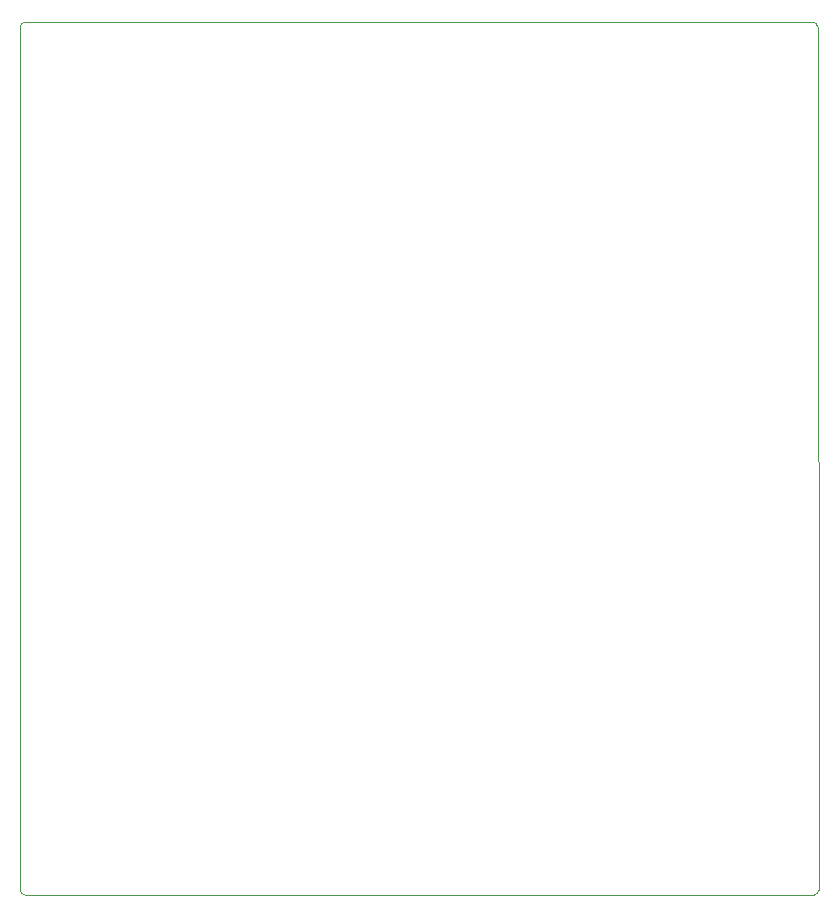
<source format=gbr>
%TF.GenerationSoftware,KiCad,Pcbnew,9.0.6*%
%TF.CreationDate,2026-02-16T15:04:55+01:00*%
%TF.ProjectId,WaterSensor,57617465-7253-4656-9e73-6f722e6b6963,rev?*%
%TF.SameCoordinates,Original*%
%TF.FileFunction,Profile,NP*%
%FSLAX46Y46*%
G04 Gerber Fmt 4.6, Leading zero omitted, Abs format (unit mm)*
G04 Created by KiCad (PCBNEW 9.0.6) date 2026-02-16 15:04:55*
%MOMM*%
%LPD*%
G01*
G04 APERTURE LIST*
%TA.AperFunction,Profile*%
%ADD10C,0.050000*%
%TD*%
G04 APERTURE END LIST*
D10*
X103500000Y-75300000D02*
G75*
G02*
X103900000Y-74900000I400000J0D01*
G01*
X103900000Y-148800000D02*
X170700000Y-148800000D01*
X103900000Y-148800000D02*
G75*
G02*
X103500000Y-148400000I0J400000D01*
G01*
X170600000Y-74900000D02*
X103900000Y-74900000D01*
X103500000Y-75300000D02*
X103500000Y-148400000D01*
X170600000Y-74900000D02*
G75*
G02*
X171000000Y-75300000I0J-400000D01*
G01*
X171100000Y-148400000D02*
X171000000Y-75300000D01*
X171100000Y-148400000D02*
G75*
G02*
X170700000Y-148800000I-400000J0D01*
G01*
M02*

</source>
